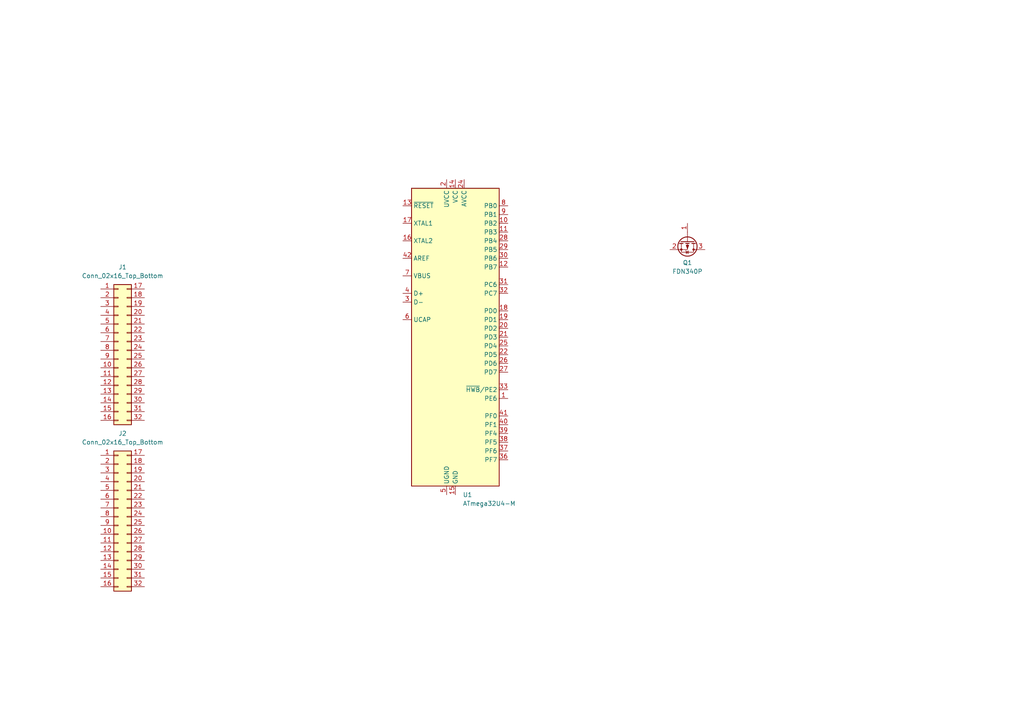
<source format=kicad_sch>
(kicad_sch (version 20250114) (generator "eeschema") (generator_version "9.0")
  (paper "A4")
  (title_block (title "T.A.C.O.S"))
  (lib_symbols
    (symbol "Connector_Generic:Conn_02x16_Top_Bottom" (pin_names (offset 1.016) (hide yes))
      (property "Reference" "J" (at 1.27 20.32 0))
      (property "Value" "Conn_02x16_Top_Bottom" (at 1.27 -22.86 0))
      (symbol "Conn_02x16_Top_Bottom_1_1"
        (rectangle (start -1.27 19.05) (end 3.81 -21.59) (stroke (width 0.254)) (fill (type background)))
        (rectangle (start -1.27 17.907) (end 0 17.653) (stroke (width 0.1524)))
        (rectangle (start -1.27 15.367) (end 0 15.113) (stroke (width 0.1524)))
        (rectangle (start -1.27 12.827) (end 0 12.573) (stroke (width 0.1524)))
        (rectangle (start -1.27 10.287) (end 0 10.033) (stroke (width 0.1524)))
        (rectangle (start -1.27 7.747) (end 0 7.493) (stroke (width 0.1524)))
        (rectangle (start -1.27 5.207) (end 0 4.953) (stroke (width 0.1524)))
        (rectangle (start -1.27 2.667) (end 0 2.413) (stroke (width 0.1524)))
        (rectangle (start -1.27 0.127) (end 0 -0.127) (stroke (width 0.1524)))
        (rectangle (start -1.27 -2.413) (end 0 -2.667) (stroke (width 0.1524)))
        (rectangle (start -1.27 -4.953) (end 0 -5.207) (stroke (width 0.1524)))
        (rectangle (start -1.27 -7.493) (end 0 -7.747) (stroke (width 0.1524)))
        (rectangle (start -1.27 -10.033) (end 0 -10.287) (stroke (width 0.1524)))
        (rectangle (start -1.27 -12.573) (end 0 -12.827) (stroke (width 0.1524)))
        (rectangle (start -1.27 -15.113) (end 0 -15.367) (stroke (width 0.1524)))
        (rectangle (start -1.27 -17.653) (end 0 -17.907) (stroke (width 0.1524)))
        (rectangle (start -1.27 -20.193) (end 0 -20.447) (stroke (width 0.1524)))
        (rectangle (start 3.81 17.907) (end 2.54 17.653) (stroke (width 0.1524)))
        (rectangle (start 3.81 15.367) (end 2.54 15.113) (stroke (width 0.1524)))
        (rectangle (start 3.81 12.827) (end 2.54 12.573) (stroke (width 0.1524)))
        (rectangle (start 3.81 10.287) (end 2.54 10.033) (stroke (width 0.1524)))
        (rectangle (start 3.81 7.747) (end 2.54 7.493) (stroke (width 0.1524)))
        (rectangle (start 3.81 5.207) (end 2.54 4.953) (stroke (width 0.1524)))
        (rectangle (start 3.81 2.667) (end 2.54 2.413) (stroke (width 0.1524)))
        (rectangle (start 3.81 0.127) (end 2.54 -0.127) (stroke (width 0.1524)))
        (rectangle (start 3.81 -2.413) (end 2.54 -2.667) (stroke (width 0.1524)))
        (rectangle (start 3.81 -4.953) (end 2.54 -5.207) (stroke (width 0.1524)))
        (rectangle (start 3.81 -7.493) (end 2.54 -7.747) (stroke (width 0.1524)))
        (rectangle (start 3.81 -10.033) (end 2.54 -10.287) (stroke (width 0.1524)))
        (rectangle (start 3.81 -12.573) (end 2.54 -12.827) (stroke (width 0.1524)))
        (rectangle (start 3.81 -15.113) (end 2.54 -15.367) (stroke (width 0.1524)))
        (rectangle (start 3.81 -17.653) (end 2.54 -17.907) (stroke (width 0.1524)))
        (rectangle (start 3.81 -20.193) (end 2.54 -20.447) (stroke (width 0.1524)))
        (pin passive line (at -5.08 17.78 0) (length 3.81) (name "Pin_1") (number "1"))
        (pin passive line (at -5.08 15.24 0) (length 3.81) (name "Pin_2") (number "2"))
        (pin passive line (at -5.08 12.7 0) (length 3.81) (name "Pin_3") (number "3"))
        (pin passive line (at -5.08 10.16 0) (length 3.81) (name "Pin_4") (number "4"))
        (pin passive line (at -5.08 7.62 0) (length 3.81) (name "Pin_5") (number "5"))
        (pin passive line (at -5.08 5.08 0) (length 3.81) (name "Pin_6") (number "6"))
        (pin passive line (at -5.08 2.54 0) (length 3.81) (name "Pin_7") (number "7"))
        (pin passive line (at -5.08 0 0) (length 3.81) (name "Pin_8") (number "8"))
        (pin passive line (at -5.08 -2.54 0) (length 3.81) (name "Pin_9") (number "9"))
        (pin passive line (at -5.08 -5.08 0) (length 3.81) (name "Pin_10") (number "10"))
        (pin passive line (at -5.08 -7.62 0) (length 3.81) (name "Pin_11") (number "11"))
        (pin passive line (at -5.08 -10.16 0) (length 3.81) (name "Pin_12") (number "12"))
        (pin passive line (at -5.08 -12.7 0) (length 3.81) (name "Pin_13") (number "13"))
        (pin passive line (at -5.08 -15.24 0) (length 3.81) (name "Pin_14") (number "14"))
        (pin passive line (at -5.08 -17.78 0) (length 3.81) (name "Pin_15") (number "15"))
        (pin passive line (at -5.08 -20.32 0) (length 3.81) (name "Pin_16") (number "16"))
        (pin passive line (at 7.62 17.78 180) (length 3.81) (name "Pin_17") (number "17"))
        (pin passive line (at 7.62 15.24 180) (length 3.81) (name "Pin_18") (number "18"))
        (pin passive line (at 7.62 12.7 180) (length 3.81) (name "Pin_19") (number "19"))
        (pin passive line (at 7.62 10.16 180) (length 3.81) (name "Pin_20") (number "20"))
        (pin passive line (at 7.62 7.62 180) (length 3.81) (name "Pin_21") (number "21"))
        (pin passive line (at 7.62 5.08 180) (length 3.81) (name "Pin_22") (number "22"))
        (pin passive line (at 7.62 2.54 180) (length 3.81) (name "Pin_23") (number "23"))
        (pin passive line (at 7.62 0 180) (length 3.81) (name "Pin_24") (number "24"))
        (pin passive line (at 7.62 -2.54 180) (length 3.81) (name "Pin_25") (number "25"))
        (pin passive line (at 7.62 -5.08 180) (length 3.81) (name "Pin_26") (number "26"))
        (pin passive line (at 7.62 -7.62 180) (length 3.81) (name "Pin_27") (number "27"))
        (pin passive line (at 7.62 -10.16 180) (length 3.81) (name "Pin_28") (number "28"))
        (pin passive line (at 7.62 -12.7 180) (length 3.81) (name "Pin_29") (number "29"))
        (pin passive line (at 7.62 -15.24 180) (length 3.81) (name "Pin_30") (number "30"))
        (pin passive line (at 7.62 -17.78 180) (length 3.81) (name "Pin_31") (number "31"))
        (pin passive line (at 7.62 -20.32 180) (length 3.81) (name "Pin_32") (number "32"))
      )
    )
    (symbol "MCU_Microchip_ATmega:ATmega32U4-M"
      (property "Reference" "U" (at -12.7 44.45 0))
      (property "Value" "ATmega32U4-M" (at 2.54 -44.45 0))
      (symbol "ATmega32U4-M_0_1"
        (rectangle (start -12.7 -43.18) (end 12.7 43.18) (stroke (width 0.254)) (fill (type background)))
      )
      (symbol "ATmega32U4-M_1_1"
        (pin input line (at -15.24 38.1 0) (length 2.54) (name "~{RESET}") (number "13"))
        (pin input line (at -15.24 33.02 0) (length 2.54) (name "XTAL1") (number "17"))
        (pin output line (at -15.24 27.94 0) (length 2.54) (name "XTAL2") (number "16"))
        (pin passive line (at -15.24 22.86 0) (length 2.54) (name "AREF") (number "42"))
        (pin input line (at -15.24 17.78 0) (length 2.54) (name "VBUS") (number "7"))
        (pin bidirectional line (at -15.24 12.7 0) (length 2.54) (name "D+") (number "4"))
        (pin bidirectional line (at -15.24 10.16 0) (length 2.54) (name "D-") (number "3"))
        (pin passive line (at -15.24 5.08 0) (length 2.54) (name "UCAP") (number "6"))
        (pin power_in line (at -2.54 45.72 270) (length 2.54) (name "UVCC") (number "2"))
        (pin passive line (at -2.54 -45.72 90) (length 2.54) (name "UGND") (number "5"))
        (pin power_in line (at 0 45.72 270) (length 2.54) (name "VCC") (number "14"))
        (pin passive line (at 0 45.72 270) (length 2.54) (hide yes) (name "VCC") (number "34"))
        (pin power_in line (at 0 -45.72 90) (length 2.54) (name "GND") (number "15"))
        (pin passive line (at 0 -45.72 90) (length 2.54) (hide yes) (name "GND") (number "23"))
        (pin passive line (at 0 -45.72 90) (length 2.54) (hide yes) (name "GND") (number "35"))
        (pin passive line (at 0 -45.72 90) (length 2.54) (hide yes) (name "GND") (number "43"))
        (pin passive line (at 0 -45.72 90) (length 2.54) (hide yes) (name "GND") (number "45"))
        (pin power_in line (at 2.54 45.72 270) (length 2.54) (name "AVCC") (number "24"))
        (pin passive line (at 2.54 45.72 270) (length 2.54) (hide yes) (name "AVCC") (number "44"))
        (pin bidirectional line (at 15.24 38.1 180) (length 2.54) (name "PB0") (number "8"))
        (pin bidirectional line (at 15.24 35.56 180) (length 2.54) (name "PB1") (number "9"))
        (pin bidirectional line (at 15.24 33.02 180) (length 2.54) (name "PB2") (number "10"))
        (pin bidirectional line (at 15.24 30.48 180) (length 2.54) (name "PB3") (number "11"))
        (pin bidirectional line (at 15.24 27.94 180) (length 2.54) (name "PB4") (number "28"))
        (pin bidirectional line (at 15.24 25.4 180) (length 2.54) (name "PB5") (number "29"))
        (pin bidirectional line (at 15.24 22.86 180) (length 2.54) (name "PB6") (number "30"))
        (pin bidirectional line (at 15.24 20.32 180) (length 2.54) (name "PB7") (number "12"))
        (pin bidirectional line (at 15.24 15.24 180) (length 2.54) (name "PC6") (number "31"))
        (pin bidirectional line (at 15.24 12.7 180) (length 2.54) (name "PC7") (number "32"))
        (pin bidirectional line (at 15.24 7.62 180) (length 2.54) (name "PD0") (number "18"))
        (pin bidirectional line (at 15.24 5.08 180) (length 2.54) (name "PD1") (number "19"))
        (pin bidirectional line (at 15.24 2.54 180) (length 2.54) (name "PD2") (number "20"))
        (pin bidirectional line (at 15.24 0 180) (length 2.54) (name "PD3") (number "21"))
        (pin bidirectional line (at 15.24 -2.54 180) (length 2.54) (name "PD4") (number "25"))
        (pin bidirectional line (at 15.24 -5.08 180) (length 2.54) (name "PD5") (number "22"))
        (pin bidirectional line (at 15.24 -7.62 180) (length 2.54) (name "PD6") (number "26"))
        (pin bidirectional line (at 15.24 -10.16 180) (length 2.54) (name "PD7") (number "27"))
        (pin bidirectional line (at 15.24 -15.24 180) (length 2.54) (name "~{HWB}/PE2") (number "33"))
        (pin bidirectional line (at 15.24 -17.78 180) (length 2.54) (name "PE6") (number "1"))
        (pin bidirectional line (at 15.24 -22.86 180) (length 2.54) (name "PF0") (number "41"))
        (pin bidirectional line (at 15.24 -25.4 180) (length 2.54) (name "PF1") (number "40"))
        (pin bidirectional line (at 15.24 -27.94 180) (length 2.54) (name "PF4") (number "39"))
        (pin bidirectional line (at 15.24 -30.48 180) (length 2.54) (name "PF5") (number "38"))
        (pin bidirectional line (at 15.24 -33.02 180) (length 2.54) (name "PF6") (number "37"))
        (pin bidirectional line (at 15.24 -35.56 180) (length 2.54) (name "PF7") (number "36"))
      )
    )
    (symbol "Transistor_FET:FDN340P" (pin_names (hide yes))
      (property "Reference" "Q" (at 5.08 1.905 0))
      (property "Value" "FDN340P" (at 5.08 0 0))
      (symbol "FDN340P_0_1"
        (polyline (pts (xy 0.254 1.905) (xy 0.254 -1.905)) (stroke (width 0.254)))
        (polyline (pts (xy 0.254 0) (xy -2.54 0)))
        (polyline (pts (xy 0.762 2.286) (xy 0.762 1.27)) (stroke (width 0.254)))
        (polyline (pts (xy 0.762 1.778) (xy 3.302 1.778) (xy 3.302 -1.778) (xy 0.762 -1.778)))
        (polyline (pts (xy 0.762 0.508) (xy 0.762 -0.508)) (stroke (width 0.254)))
        (polyline (pts (xy 0.762 -1.27) (xy 0.762 -2.286)) (stroke (width 0.254)))
        (circle (center 1.651 0) (radius 2.794) (stroke (width 0.254)))
        (polyline (pts (xy 2.286 0) (xy 1.27 0.381) (xy 1.27 -0.381) (xy 2.286 0)) (fill (type outline)))
        (polyline (pts (xy 2.54 2.54) (xy 2.54 1.778)))
        (circle (center 2.54 1.778) (radius 0.254) (fill (type outline)))
        (circle (center 2.54 -1.778) (radius 0.254) (fill (type outline)))
        (polyline (pts (xy 2.54 -2.54) (xy 2.54 0) (xy 0.762 0)))
        (polyline (pts (xy 2.794 -0.508) (xy 2.921 -0.381) (xy 3.683 -0.381) (xy 3.81 -0.254)))
        (polyline (pts (xy 3.302 -0.381) (xy 2.921 0.254) (xy 3.683 0.254) (xy 3.302 -0.381)))
      )
      (symbol "FDN340P_1_1"
        (pin input line (at -5.08 0 0) (length 2.54) (name "G") (number "1"))
        (pin passive line (at 2.54 5.08 270) (length 2.54) (name "D") (number "3"))
        (pin passive line (at 2.54 -5.08 90) (length 2.54) (name "S") (number "2"))
      )
    )
  )
  (symbol (lib_id "Connector_Generic:Conn_02x16_Top_Bottom") (at 34.29 149.86 0) (unit 1)
    (property "Reference" "J2" (at 35.56 125.73 0))
    (property "Value" "Conn_02x16_Top_Bottom" (at 35.56 128.27 0))
    (property "Footprint" "MolexFSB:FSB5 Series 0.40 mm Pitch Floating SlimStack Board-to-Board Plugs" (effects (hide yes)))
    (property "Description" "Generic connector, double row, 02x16, top/bottom pin numbering scheme (row 1: 1...pins_per_row, row2: pins_per_row+1 ... num_pins), script generated (kicad-library-utils/schlib/autogen/connector/)" (effects (hide yes)))
  )
  (symbol (lib_id "MCU_Microchip_ATmega:ATmega32U4-M") (at 132.08 97.79 0) (unit 1)
    (property "Reference" "U1" (at 134.2233 143.51 0) (effects (justify left)))
    (property "Value" "ATmega32U4-M" (at 134.2233 146.05 0) (effects (justify left)))
    (property "Footprint" "Package_DFN_QFN:QFN-44-1EP_7x7mm_P0.5mm_EP5.15x5.15mm" (effects (hide yes)))
    (property "Datasheet" "http://ww1.microchip.com/downloads/en/DeviceDoc/Atmel-7766-8-bit-AVR-ATmega16U4-32U4_Datasheet.pdf" (effects (hide yes)))
    (property "Description" "16MHz, 32kB Flash, 2.5kB SRAM, 1kB EEPROM, USB 2.0, QFN-44" (effects (hide yes)))
  )
  (symbol (lib_id "Connector_Generic:Conn_02x16_Top_Bottom") (at 34.29 101.6 0) (unit 1)
    (property "Reference" "J1" (at 35.56 77.47 0))
    (property "Value" "Conn_02x16_Top_Bottom" (at 35.56 80.01 0))
    (property "Footprint" "MolexFSB:FSB5 Series 0.40 mm Pitch Floating SlimStack Board-to-Board Receptacles" (effects (hide yes)))
    (property "Description" "Generic connector, double row, 02x16, top/bottom pin numbering scheme (row 1: 1...pins_per_row, row2: pins_per_row+1 ... num_pins), script generated (kicad-library-utils/schlib/autogen/connector/)" (effects (hide yes)))
  )
  (symbol (lib_id "Transistor_FET:FDN340P") (at 199.39 69.85 270) (unit 1)
    (property "Reference" "Q1" (at 199.39 76.2 90))
    (property "Value" "FDN340P" (at 199.39 78.74 90))
    (property "Footprint" "Package_TO_SOT_SMD:SOT-23" (effects (hide yes)))
    (property "Datasheet" "https://www.onsemi.com/pub/Collateral/FDN340P-D.PDF" (effects (hide yes)))
    (property "Description" "-2A Id, -20V Vds, P-Channel MOSFET, 70mOhm Ron, SOT-23" (effects (hide yes)))
  )
)
</source>
